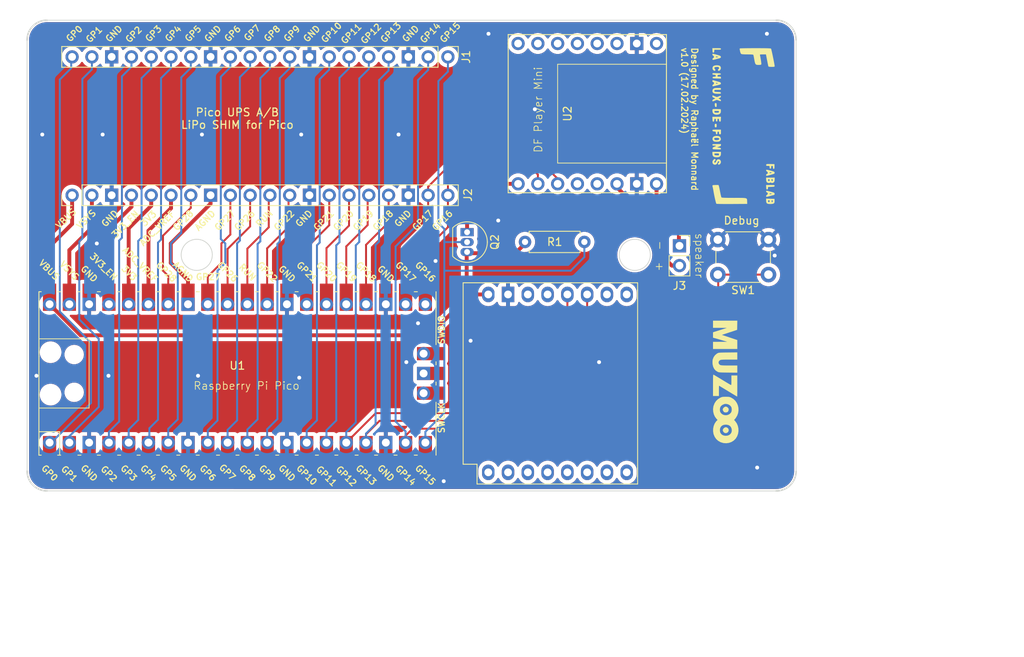
<source format=kicad_pcb>
(kicad_pcb (version 20221018) (generator pcbnew)
  (title_block (title "Maritlab") (rev "v1.0") (company "Fablab Chaux-de-Fonds X MUZZOO"))
  (layers (0 "F.Cu" signal) (31 "B.Cu" signal) (34 "B.Paste" user) (35 "F.Paste" user) (36 "B.SilkS" user "B.Silkscreen") (37 "F.SilkS" user "F.Silkscreen") (38 "B.Mask" user) (39 "F.Mask" user) (44 "Edge.Cuts" user))
  (net 0 "")
  (net 4 "Net-(J1-Pin_20)")
  (net 5 "Net-(J1-Pin_19)")
  (net 6 "Net-(J1-Pin_17)")
  (net 7 "Net-(J1-Pin_16)")
  (net 8 "Net-(J1-Pin_15)")
  (net 9 "Net-(J1-Pin_14)")
  (net 10 "Net-(J1-Pin_12)")
  (net 11 "Net-(J1-Pin_11)")
  (net 12 "Net-(J1-Pin_10)")
  (net 13 "Net-(J1-Pin_9)")
  (net 14 "Net-(J1-Pin_7)")
  (net 15 "Net-(J1-Pin_6)")
  (net 16 "Net-(J1-Pin_4)")
  (net 17 "Net-(J1-Pin_2)")
  (net 18 "Net-(J1-Pin_1)")
  (net 19 "Net-(J2-Pin_20)")
  (net 20 "Net-(J2-Pin_19)")
  (net 21 "Net-(J2-Pin_17)")
  (net 22 "Net-(J2-Pin_16)")
  (net 23 "Net-(J2-Pin_15)")
  (net 24 "Net-(J2-Pin_14)")
  (net 25 "Net-(J2-Pin_12)")
  (net 26 "Net-(J2-Pin_11)")
  (net 27 "Net-(J2-Pin_10)")
  (net 28 "Net-(J2-Pin_9)")
  (net 29 "Net-(J2-Pin_8)")
  (net 30 "Net-(J2-Pin_7)")
  (net 31 "Net-(J2-Pin_6)")
  (net 32 "Net-(J2-Pin_5)")
  (net 33 "Net-(J2-Pin_4)")
  (net 34 "Net-(J2-Pin_2)")
  (net 35 "Net-(J2-Pin_1)")
  (net 45 "Net-(J3-Pin_1)")
  (net 46 "Net-(J3-Pin_2)")
  (net 47 "GND")
  (net 48 "Net-(Q2-D)")
  (net 61 "Net-(J1-Pin_5)")
  (footprint "Connector_PinSocket_2.54mm:PinSocket_1x02_P2.54mm_Vertical" (layer "F.Cu") (at 107.825 53.8)
    (fp_text reference "J3")
    (fp_text value "Conn_01x02")
  )
  (footprint "Button_Switch_THT:SW_PUSH_6mm" (layer "F.Cu") (at 119.25 57.5 180)
    (fp_text reference "SW1")
    (fp_text value "SW_Push")
  )
  (footprint "logo:fablab" (layer "F.Cu") (at 116.05 38.42 -90)
    (fp_text reference "")
    (fp_text value "LOGO" hide)
  )
  (footprint "DFR0299:MODULE_DFR0299" (layer "F.Cu") (at 95.99 36.817 90)
    (fp_text reference "U2")
    (fp_text value "DFR0299")
  )
  (footprint "Connector_PinHeader_2.54mm:PinHeader_1x20_P2.54mm_Vertical" (layer "F.Cu") (at 29.83 47.3 90)
    (fp_text reference "J2")
    (fp_text value "Conn_01x20")
  )
  (footprint "logo:muzzo" (layer "F.Cu") (at 114.05 71.3 -90)
    (fp_text reference "")
    (fp_text value "LOGO" hide)
  )
  (footprint "RTC DS1307:RTC DS1307" (layer "F.Cu") (at 102.652 58.43 -90)
    (fp_text reference "U3" hide)
    (fp_text value "RTC DS1307" hide)
  )
  (footprint "Connector_PinHeader_2.54mm:PinHeader_1x20_P2.54mm_Vertical" (layer "F.Cu") (at 78.09 29.52 -90)
    (fp_text reference "J1")
    (fp_text value "Conn_01x20")
  )
  (footprint "MCU_RaspberryPi_and_Boards:RPi_Pico_SMD_TH" (layer "F.Cu") (at 51.065 70.2 90)
    (fp_text reference "U1")
    (fp_text value "Pico")
  )
  (footprint "Resistor_THT:R_Axial_DIN0207_L6.3mm_D2.5mm_P7.62mm_Horizontal" (layer "F.Cu") (at 87.99 53.3)
    (fp_text reference "R1")
    (fp_text value "2K")
  )
  (footprint "Package_TO_SOT_THT:TO-92_Inline" (layer "F.Cu") (at 80.55 52.05 -90)
    (fp_text reference "Q2")
    (fp_text value "BS250" hide)
  )
  (gr_line (start 26.59 24.81) (end 120.247898 24.81) (stroke (width 0.1)) (layer "Edge.Cuts"))
  (gr_arc (start 120.253949 24.806051) (mid 122.05 25.55) (end 122.793949 27.346051) (stroke (width 0.2)) (layer "Edge.Cuts"))
  (gr_arc (start 122.8 82.800103) (mid 122.036519 84.572278) (end 120.249363 85.3) (stroke (width 0.2)) (layer "Edge.Cuts"))
  (gr_circle (center 102.085 54.96) (end 104.085 54.96) (stroke (width 0.1)) (fill none) (layer "Edge.Cuts"))
  (gr_arc (start 24.05 27.35) (mid 24.793949 25.553949) (end 26.59 24.81) (stroke (width 0.2)) (layer "Edge.Cuts"))
  (gr_line (start 122.8 27.346051) (end 122.8 82.800103) (stroke (width 0.1)) (layer "Edge.Cuts"))
  (gr_circle (center 45.835 54.96) (end 47.835 54.96) (stroke (width 0.1)) (fill none) (layer "Edge.Cuts"))
  (gr_line (start 24.056051 82.753949) (end 24.05 27.35) (stroke (width 0.1)) (layer "Edge.Cuts"))
  (gr_line (start 120.249363 85.3) (end 26.596051 85.293949) (stroke (width 0.1)) (layer "Edge.Cuts"))
  (gr_arc (start 26.596051 85.293949) (mid 24.8 84.55) (end 24.056051 82.753949) (stroke (width 0.2)) (layer "Edge.Cuts"))
  (gr_text "GP27" (at 49.45 50.546 45) (layer "F.SilkS") (effects (font (size 0.8 0.8))))
  (gr_text "3V3" (at 39.68 50.296 45) (layer "F.SilkS") (effects (font (size 0.8 0.8))))
  (gr_text "GND" (at 35.2 26.546 45) (layer "F.SilkS") (effects (font (size 0.8 0.8))))
  (gr_text "RUN" (at 54.52 50.296 45) (layer "F.SilkS") (effects (font (size 0.8 0.8))))
  (gr_text "GP9" (at 58.06 26.546 45) (layer "F.SilkS") (effects (font (size 0.8 0.8))))
  (gr_text "GND" (at 47.9 26.546 45) (layer "F.SilkS") (effects (font (size 0.8 0.8))))
  (gr_text "GP0" (at 30.12 26.546 45) (layer "F.SilkS") (effects (font (size 0.8 0.8))))
  (gr_text "GP28" (at 44.106 50.546 45) (layer "F.SilkS") (effects (font (size 0.8 0.8))))
  (gr_text "ADC_VREF" (at 40.75 51.546 45) (layer "F.SilkS") (effects (font (size 0.8 0.8))))
  (gr_text "GP13" (at 70.76 26.4 45) (layer "F.SilkS") (effects (font (size 0.8 0.8))))
  (gr_text "GND" (at 59.6 50.296 45) (layer "F.SilkS") (effects (font (size 0.8 0.8))))
  (gr_text "Pico UPS A/B\nLiPo SHIM for Pico" (at 51.05 37.45) (layer "F.SilkS") (effects (font (size 1 1))))
  (gr_text "GND" (at 72.3 50.296 45) (layer "F.SilkS") (effects (font (size 0.8 0.8))))
  (gr_text "GP22" (at 57.06 50.546 45) (layer "F.SilkS") (effects (font (size 0.8 0.8))))
  (gr_text "GP12" (at 68.22 26.546 45) (layer "F.SilkS") (effects (font (size 0.8 0.8))))
  (gr_text "GP4" (at 42.82 26.546 45) (layer "F.SilkS") (effects (font (size 0.8 0.8))))
  (gr_text "GP15" (at 78.38 26.4 45) (layer "F.SilkS") (effects (font (size 0.8 0.8))))
  (gr_text "AGND" (at 46.9 50.546 45) (layer "F.SilkS") (effects (font (size 0.8 0.8))))
  (gr_text "GP17" (at 74.84 50.546 45) (layer "F.SilkS") (effects (font (size 0.8 0.8))))
  (gr_text "GP5" (at 45.36 26.546 45) (layer "F.SilkS") (effects (font (size 0.8 0.8))))
  (gr_text "GP3" (at 40.28 26.546 45) (layer "F.SilkS") (effects (font (size 0.8 0.8))))
  (gr_text "GP21" (at 62.15 50.546 45) (layer "F.SilkS") (effects (font (size 0.8 0.8))))
  (gr_text "GP16" (at 77.38 50.546 45) (layer "F.SilkS") (effects (font (size 0.8 0.8))))
  (gr_text "VBUS" (at 29.05 50.3 45) (layer "F.SilkS") (effects (font (size 0.8 0.8))))
  (gr_text "GND" (at 73.3 26.546 45) (layer "F.SilkS") (effects (font (size 0.8 0.8))))
  (gr_text "GP7" (at 52.95 26.446 45) (layer "F.SilkS") (effects (font (size 0.8 0.8))))
  (gr_text "GP8" (at 55.52 26.546 45) (layer "F.SilkS") (effects (font (size 0.8 0.8))))
  (gr_text "GND" (at 34.68 50.296 45) (layer "F.SilkS") (effects (font (size 0.8 0.8))))
  (gr_text "Designed by Raphaël Monnard\nv1.0 (17.02.2024)" (at 108 28.25 270) (layer "F.SilkS") (effects (font (size 0.8 0.8)) (justify left bottom)))
  (gr_text "GP11" (at 65.68 26.546 45) (layer "F.SilkS") (effects (font (size 0.8 0.8))))
  (gr_text "VSYS" (at 31.66 50.4 45) (layer "F.SilkS") (effects (font (size 0.8 0.8))))
  (gr_text "GP6" (at 50.44 26.546 45) (layer "F.SilkS") (effects (font (size 0.8 0.8))))
  (gr_text "Debug" (at 115.8 50.55) (layer "F.SilkS") (effects (font (size 1 1))))
  (gr_text "GND" (at 60.6 26.546 45) (layer "F.SilkS") (effects (font (size 0.8 0.8))))
  (gr_text "GP19" (at 67.22 50.546 45) (layer "F.SilkS") (effects (font (size 0.8 0.8))))
  (gr_text "GP26" (at 51.98 50.546 45) (layer "F.SilkS") (effects (font (size 0.8 0.8))))
  (gr_text "GP10" (at 63.14 26.4 45) (layer "F.SilkS") (effects (font (size 0.8 0.8))))
  (gr_text "GP18" (at 69.76 50.546 45) (layer "F.SilkS") (effects (font (size 0.8 0.8))))
  (gr_text "GP2" (at 37.74 26.646 45) (layer "F.SilkS") (effects (font (size 0.8 0.8))))
  (gr_text "GP20" (at 64.68 50.546 45) (layer "F.SilkS") (effects (font (size 0.8 0.8))))
  (gr_text "GP1" (at 32.65 26.646 45) (layer "F.SilkS") (effects (font (size 0.8 0.8))))
  (gr_text "GP14" (at 75.84 26.446 45) (layer "F.SilkS") (effects (font (size 0.8 0.8))))
  (gr_text "3V3_EN" (at 36.68 51.046 45) (layer "F.SilkS") (effects (font (size 0.8 0.8))))
  (segment (start 28.25 62.25) (end 28.25 32.434212) (width 0.25) (layer "B.Cu") (net 4))
  (segment (start 26.935 79.09) (end 27.16 79.09) (width 0.25) (layer "B.Cu") (net 4))
  (segment (start 32.25 66.25) (end 28.25 62.25) (width 0.25) (layer "B.Cu") (net 4))
  (segment (start 29.717106 30.967106) (end 29.717106 29.06) (width 0.25) (layer "B.Cu") (net 4))
  (segment (start 27.16 79.09) (end 32.25 74) (width 0.25) (layer "B.Cu") (net 4))
  (segment (start 32.25 74) (end 32.25 66.25) (width 0.25) (layer "B.Cu") (net 4))
  (segment (start 28.25 32.434212) (end 29.717106 30.967106) (width 0.25) (layer "B.Cu") (net 4))
  (segment (start 33.25 74.5) (end 33.25 65.75) (width 0.25) (layer "B.Cu") (net 5))
  (segment (start 31.145 52.855) (end 31.145 32.355) (width 0.25) (layer "B.Cu") (net 5))
  (segment (start 30.75 53.25) (end 31.145 52.855) (width 0.25) (layer "B.Cu") (net 5))
  (segment (start 31.145 32.355) (end 32.37 31.13) (width 0.25) (layer "B.Cu") (net 5))
  (segment (start 29.475 79.09) (end 29.475 78.275) (width 0.25) (layer "B.Cu") (net 5))
  (segment (start 29.475 78.275) (end 33.25 74.5) (width 0.25) (layer "B.Cu") (net 5))
  (segment (start 33.25 65.75) (end 30.75 63.25) (width 0.25) (layer "B.Cu") (net 5))
  (segment (start 32.37 31.13) (end 32.37 29.52) (width 0.25) (layer "B.Cu") (net 5))
  (segment (start 30.75 63.25) (end 30.75 53.25) (width 0.25) (layer "B.Cu") (net 5))
  (segment (start 36.225 32.025) (end 37.45 30.8) (width 0.25) (layer "B.Cu") (net 6))
  (segment (start 34.555 77.695) (end 35.87 76.38) (width 0.25) (layer "B.Cu") (net 6))
  (segment (start 35.87 76.38) (end 35.87 53.13) (width 0.25) (layer "B.Cu") (net 6))
  (segment (start 34.555 79.09) (end 34.555 77.695) (width 0.25) (layer "B.Cu") (net 6))
  (segment (start 35.87 53.13) (end 36.225 52.775) (width 0.25) (layer "B.Cu") (net 6))
  (segment (start 36.225 52.775) (end 36.225 32.025) (width 0.25) (layer "B.Cu") (net 6))
  (segment (start 37.45 30.8) (end 37.45 29.52) (width 0.25) (layer "B.Cu") (net 6))
  (segment (start 38.75 32.25) (end 39.99 31.01) (width 0.25) (layer "B.Cu") (net 7))
  (segment (start 37.095 77.405) (end 38.32 76.18) (width 0.25) (layer "B.Cu") (net 7))
  (segment (start 38.75 52.75) (end 38.75 32.25) (width 0.25) (layer "B.Cu") (net 7))
  (segment (start 38.32 53.18) (end 38.75 52.75) (width 0.25) (layer "B.Cu") (net 7))
  (segment (start 37.095 79.09) (end 37.095 77.405) (width 0.25) (layer "B.Cu") (net 7))
  (segment (start 39.99 31.01) (end 39.99 29.52) (width 0.25) (layer "B.Cu") (net 7))
  (segment (start 38.32 76.18) (end 38.32 53.18) (width 0.25) (layer "B.Cu") (net 7))
  (segment (start 41.25 53) (end 41.25 32.25) (width 0.25) (layer "B.Cu") (net 8))
  (segment (start 41.25 32.25) (end 42.53 30.97) (width 0.25) (layer "B.Cu") (net 8))
  (segment (start 39.75 78.975) (end 39.75 77.25) (width 0.25) (layer "B.Cu") (net 8))
  (segment (start 39.635 79.09) (end 39.75 78.975) (width 0.25) (layer "B.Cu") (net 8))
  (segment (start 39.75 77.25) (end 40.86 76.14) (width 0.25) (layer "B.Cu") (net 8))
  (segment (start 40.86 53.39) (end 41.25 53) (width 0.25) (layer "B.Cu") (net 8))
  (segment (start 40.86 76.14) (end 40.86 53.39) (width 0.25) (layer "B.Cu") (net 8))
  (segment (start 42.53 30.97) (end 42.53 29.52) (width 0.25) (layer "B.Cu") (net 8))
  (segment (start 42.5 56) (end 42.5 53.5) (width 0.25) (layer "B.Cu") (net 9))
  (segment (start 42.5 53.5) (end 43.845 52.155) (width 0.25) (layer "B.Cu") (net 9))
  (segment (start 42.175 79.09) (end 42.175 77.325) (width 0.25) (layer "B.Cu") (net 9))
  (segment (start 42.175 77.325) (end 43.4 76.1) (width 0.25) (layer "B.Cu") (net 9))
  (segment (start 45.07 30.93) (end 45.07 29.52) (width 0.25) (layer "B.Cu") (net 9))
  (segment (start 43.845 52.155) (end 43.845 32.155) (width 0.25) (layer "B.Cu") (net 9))
  (segment (start 43.4 76.1) (end 43.4 56.9) (width 0.25) (layer "B.Cu") (net 9))
  (segment (start 43.845 32.155) (end 45.07 30.93) (width 0.25) (layer "B.Cu") (net 9))
  (segment (start 43.4 56.9) (end 42.5 56) (width 0.25) (layer "B.Cu") (net 9))
  (segment (start 48.5 76.25) (end 48.5 57) (width 0.25) (layer "B.Cu") (net 10))
  (segment (start 47.255 79.09) (end 47.255 77.495) (width 0.25) (layer "B.Cu") (net 10))
  (segment (start 47.255 77.495) (end 48.5 76.25) (width 0.25) (layer "B.Cu") (net 10))
  (segment (start 48.925 52.925) (end 48.925 32.075) (width 0.25) (layer "B.Cu") (net 10))
  (segment (start 48.925 32.075) (end 50.15 30.85) (width 0.25) (layer "B.Cu") (net 10))
  (segment (start 49.5 56) (end 49.5 53.5) (width 0.25) (layer "B.Cu") (net 10))
  (segment (start 50.15 30.85) (end 50.15 29.52) (width 0.25) (layer "B.Cu") (net 10))
  (segment (start 49.5 53.5) (end 48.925 52.925) (width 0.25) (layer "B.Cu") (net 10))
  (segment (start 48.5 57) (end 49.5 56) (width 0.25) (layer "B.Cu") (net 10))
  (segment (start 51.02 53.48) (end 51.375 53.125) (width 0.25) (layer "B.Cu") (net 11))
  (segment (start 51.375 32.125) (end 52.69 30.81) (width 0.25) (layer "B.Cu") (net 11))
  (segment (start 51.02 76.23) (end 51.02 53.48) (width 0.25) (layer "B.Cu") (net 11))
  (segment (start 49.795 77.455) (end 51.02 76.23) (width 0.25) (layer "B.Cu") (net 11))
  (segment (start 49.795 79.09) (end 49.795 77.455) (width 0.25) (layer "B.Cu") (net 11))
  (segment (start 51.375 53.125) (end 51.375 32.125) (width 0.25) (layer "B.Cu") (net 11))
  (segment (start 52.69 30.81) (end 52.69 29.52) (width 0.25) (layer "B.Cu") (net 11))
  (segment (start 54 32.25) (end 55.23 31.02) (width 0.25) (layer "B.Cu") (net 12))
  (segment (start 52.335 79.09) (end 52.335 77.415) (width 0.25) (layer "B.Cu") (net 12))
  (segment (start 53.65 76.1) (end 53.65 53.576294) (width 0.25) (layer "B.Cu") (net 12))
  (segment (start 55.23 31.02) (end 55.23 29.52) (width 0.25) (layer "B.Cu") (net 12))
  (segment (start 53.65 53.576294) (end 54 53.226294) (width 0.25) (layer "B.Cu") (net 12))
  (segment (start 52.335 77.415) (end 53.65 76.1) (width 0.25) (layer "B.Cu") (net 12))
  (segment (start 54 53.226294) (end 54 32.25) (width 0.25) (layer "B.Cu") (net 12))
  (segment (start 56.5 32.25) (end 57.77 30.98) (width 0.25) (layer "B.Cu") (net 13))
  (segment (start 56.19 53.56) (end 56.5 53.25) (width 0.25) (layer "B.Cu") (net 13))
  (segment (start 56.5 53.25) (end 56.5 32.25) (width 0.25) (layer "B.Cu") (net 13))
  (segment (start 54.875 79.09) (end 54.875 77.375) (width 0.25) (layer "B.Cu") (net 13))
  (segment (start 54.875 77.375) (end 56.19 76.06) (width 0.25) (layer "B.Cu") (net 13))
  (segment (start 57.77 30.98) (end 57.77 29.52) (width 0.25) (layer "B.Cu") (net 13))
  (segment (start 56.19 76.06) (end 56.19 53.56) (width 0.25) (layer "B.Cu") (net 13))
  (segment (start 62.85 31.15) (end 62.85 29.52) (width 0.25) (layer "B.Cu") (net 14))
  (segment (start 59.955 79.09) (end 59.955 77.545) (width 0.25) (layer "B.Cu") (net 14))
  (segment (start 61.27 76.23) (end 61.27 53.73) (width 0.25) (layer "B.Cu") (net 14))
  (segment (start 61.27 53.73) (end 61.625 53.375) (width 0.25) (layer "B.Cu") (net 14))
  (segment (start 61.625 53.375) (end 61.625 32.375) (width 0.25) (layer "B.Cu") (net 14))
  (segment (start 61.625 32.375) (end 62.85 31.15) (width 0.25) (layer "B.Cu") (net 14))
  (segment (start 59.955 77.545) (end 61.27 76.23) (width 0.25) (layer "B.Cu") (net 14))
  (segment (start 63.75 53.75) (end 64.165 53.335) (width 0.25) (layer "B.Cu") (net 15))
  (segment (start 63.75 76.25) (end 63.75 53.75) (width 0.25) (layer "B.Cu") (net 15))
  (segment (start 62.495 77.505) (end 63.75 76.25) (width 0.25) (layer "B.Cu") (net 15))
  (segment (start 64.165 32.21) (end 65.39 30.985) (width 0.25) (layer "B.Cu") (net 15))
  (segment (start 65.39 30.985) (end 65.39 29.52) (width 0.25) (layer "B.Cu") (net 15))
  (segment (start 64.165 53.335) (end 64.165 32.21) (width 0.25) (layer "B.Cu") (net 15))
  (segment (start 62.495 79.09) (end 62.495 77.505) (width 0.25) (layer "B.Cu") (net 15))
  (segment (start 95.97 61.78) (end 95.97 60.05) (width 0.25) (layer "F.Cu") (net 16))
  (segment (start 69.3 76.3) (end 81.45 76.3) (width 0.25) (layer "F.Cu") (net 16))
  (segment (start 67.575 79.09) (end 67.575 78.025) (width 0.25) (layer "F.Cu") (net 16))
  (segment (start 67.575 78.025) (end 69.3 76.3) (width 0.25) (layer "F.Cu") (net 16))
  (segment (start 81.45 76.3) (end 95.97 61.78) (width 0.25) (layer "F.Cu") (net 16))
  (segment (start 69.25 47.812412) (end 69.25 53.25) (width 0.25) (layer "B.Cu") (net 16))
  (segment (start 69.25 53.25) (end 68.8 53.7) (width 0.25) (layer "B.Cu") (net 16))
  (segment (start 68.8 76.7) (end 67.575 77.925) (width 0.25) (layer "B.Cu") (net 16))
  (segment (start 70.47 29.52) (end 70.47 31.28) (width 0.25) (layer "B.Cu") (net 16))
  (segment (start 68.8 53.7) (end 68.8 76.7) (width 0.25) (layer "B.Cu") (net 16))
  (segment (start 70.47 31.28) (end 69.25 32.5) (width 0.25) (layer "B.Cu") (net 16))
  (segment (start 69.245 47.807412) (end 69.25 47.812412) (width 0.25) (layer "B.Cu") (net 16))
  (segment (start 67.575 77.925) (end 67.575 79.09) (width 0.25) (layer "B.Cu") (net 16))
  (segment (start 69.25 32.5) (end 69.25 46.787588) (width 0.25) (layer "B.Cu") (net 16))
  (segment (start 69.245 46.792588) (end 69.245 47.807412) (width 0.25) (layer "B.Cu") (net 16))
  (segment (start 69.25 46.787588) (end 69.245 46.792588) (width 0.25) (layer "B.Cu") (net 16))
  (segment (start 96.7 77.3) (end 112.8 61.2) (width 0.25) (layer "F.Cu") (net 17))
  (segment (start 73.55 77.3) (end 96.7 77.3) (width 0.25) (layer "F.Cu") (net 17))
  (segment (start 72.655 79.09) (end 72.655 78.195) (width 0.25) (layer "F.Cu") (net 17))
  (segment (start 112.8 61.2) (end 112.8 57.55) (width 0.25) (layer "F.Cu") (net 17))
  (segment (start 112.8 57.55) (end 112.5 57.85) (width 0.25) (layer "F.Cu") (net 17))
  (segment (start 112.75 57.5) (end 119.25 57.5) (width 0.25) (layer "F.Cu") (net 17))
  (segment (start 72.655 78.195) (end 73.55 77.3) (width 0.25) (layer "F.Cu") (net 17))
  (segment (start 71.37 53.88) (end 74.25 51) (width 0.25) (layer "B.Cu") (net 17))
  (segment (start 75.55 31.2) (end 75.55 29.52) (width 0.25) (layer "B.Cu") (net 17))
  (segment (start 74.25 32.5) (end 75.55 31.2) (width 0.25) (layer "B.Cu") (net 17))
  (segment (start 74.25 51) (end 74.25 32.5) (width 0.25) (layer "B.Cu") (net 17))
  (segment (start 71.37 76.37) (end 71.37 53.88) (width 0.25) (layer "B.Cu") (net 17))
  (segment (start 72.655 79.09) (end 72.655 77.655) (width 0.25) (layer "B.Cu") (net 17))
  (segment (start 72.655 77.655) (end 71.37 76.37) (width 0.25) (layer "B.Cu") (net 17))
  (segment (start 95.61 55.24) (end 95.61 53.3) (width 0.25) (layer "B.Cu") (net 18))
  (segment (start 75.195 79.09) (end 75.195 77.695) (width 0.25) (layer "B.Cu") (net 18))
  (segment (start 78.09 31.41) (end 78.09 29.52) (width 0.25) (layer "B.Cu") (net 18))
  (segment (start 77.625 51.625) (end 76.865 50.865) (width 0.25) (layer "B.Cu") (net 18))
  (segment (start 77.625 75.265) (end 77.625 51.625) (width 0.25) (layer "B.Cu") (net 18))
  (segment (start 93.85 57) (end 95.61 55.24) (width 0.25) (layer "B.Cu") (net 18))
  (segment (start 80.55 53.32) (end 77.625 53.32) (width 0.25) (layer "B.Cu") (net 18))
  (segment (start 76.865 50.865) (end 76.865 32.635) (width 0.25) (layer "B.Cu") (net 18))
  (segment (start 75.195 77.695) (end 77.625 75.265) (width 0.25) (layer "B.Cu") (net 18))
  (segment (start 77.75 57) (end 93.85 57) (width 0.25) (layer "B.Cu") (net 18))
  (segment (start 76.865 32.635) (end 78.09 31.41) (width 0.25) (layer "B.Cu") (net 18))
  (segment (start 75.195 54.305) (end 78.09 51.41) (width 0.25) (layer "F.Cu") (net 19))
  (segment (start 88.5 43.5) (end 89.64 44.64) (width 0.25) (layer "F.Cu") (net 19))
  (segment (start 89.64 44.64) (end 89.64 45.834) (width 0.25) (layer "F.Cu") (net 19))
  (segment (start 78.09 45.91) (end 80.5 43.5) (width 0.25) (layer "F.Cu") (net 19))
  (segment (start 78.09 51.41) (end 78.09 47.84) (width 0.25) (layer "F.Cu") (net 19))
  (segment (start 75.195 61.31) (end 75.195 54.305) (width 0.25) (layer "F.Cu") (net 19))
  (segment (start 75.195 61.31) (end 75.23 61.275) (width 0.25) (layer "F.Cu") (net 19))
  (segment (start 80.5 43.5) (end 88.5 43.5) (width 0.25) (layer "F.Cu") (net 19))
  (segment (start 78.09 47.3) (end 78.09 45.91) (width 0.25) (layer "F.Cu") (net 19))
  (segment (start 89.5 42.5) (end 92.18 45.18) (width 0.25) (layer "F.Cu") (net 20))
  (segment (start 72.655 61.31) (end 72.655 54.095) (width 0.25) (layer "F.Cu") (net 20))
  (segment (start 92.18 45.18) (end 92.18 45.834) (width 0.25) (layer "F.Cu") (net 20))
  (segment (start 75.55 51.2) (end 75.55 47.3) (width 0.25) (layer "F.Cu") (net 20))
  (segment (start 75.55 47.3) (end 75.55 46.2) (width 0.25) (layer "F.Cu") (net 20))
  (segment (start 72.655 61.31) (end 72.69 61.275) (width 0.25) (layer "F.Cu") (net 20))
  (segment (start 75.55 46.2) (end 79.25 42.5) (width 0.25) (layer "F.Cu") (net 20))
  (segment (start 72.655 54.095) (end 75.55 51.2) (width 0.25) (layer "F.Cu") (net 20))
  (segment (start 79.25 42.5) (end 89.5 42.5) (width 0.25) (layer "F.Cu") (net 20))
  (segment (start 67.575 53.675) (end 70.47 50.78) (width 0.25) (layer "F.Cu") (net 21))
  (segment (start 67.575 61.31) (end 67.575 53.675) (width 0.25) (layer "F.Cu") (net 21))
  (segment (start 70.47 50.78) (end 70.47 47.3) (width 0.25) (layer "F.Cu") (net 21))
  (segment (start 65.035 61.31) (end 65.035 53.879276) (width 0.25) (layer "F.Cu") (net 22))
  (segment (start 65.035 53.879276) (end 67.782106 51.13217) (width 0.25) (layer "F.Cu") (net 22))
  (segment (start 65.035 61.31) (end 65.07 61.275) (width 0.25) (layer "F.Cu") (net 22))
  (segment (start 67.575 47.375) (end 67.61 47.34) (width 0.25) (layer "F.Cu") (net 22))
  (segment (start 67.782106 51.13217) (end 67.782106 47.875) (width 0.25) (layer "F.Cu") (net 22))
  (segment (start 62.495 61.31) (end 62.53 61.275) (width 0.25) (layer "F.Cu") (net 23))
  (segment (start 62.495 54.1) (end 65.39 51.205) (width 0.25) (layer "F.Cu") (net 23))
  (segment (start 62.495 61.31) (end 62.495 54.1) (width 0.25) (layer "F.Cu") (net 23))
  (segment (start 65.39 51.205) (end 65.39 47.3) (width 0.25) (layer "F.Cu") (net 23))
  (segment (start 59.955 54.045) (end 62.85 51.15) (width 0.25) (layer "F.Cu") (net 24))
  (segment (start 59.955 61.31) (end 59.955 54.045) (width 0.25) (layer "F.Cu") (net 24))
  (segment (start 62.85 51.15) (end 62.85 47.3) (width 0.25) (layer "F.Cu") (net 24))
  (segment (start 57.415 47.375) (end 57.45 47.34) (width 0.25) (layer "F.Cu") (net 25))
  (segment (start 54.875 54.125) (end 57.622106 51.377894) (width 0.25) (layer "F.Cu") (net 25))
  (segment (start 57.622106 51.377894) (end 57.622106 47.875) (width 0.25) (layer "F.Cu") (net 25))
  (segment (start 54.875 61.31) (end 54.875 54.125) (width 0.25) (layer "F.Cu") (net 25))
  (segment (start 55.082106 51.417894) (end 55.082106 47.875) (width 0.25) (layer "F.Cu") (net 26))
  (segment (start 52.335 61.31) (end 52.37 61.275) (width 0.25) (layer "F.Cu") (net 26))
  (segment (start 52.335 54.165) (end 55.082106 51.417894) (width 0.25) (layer "F.Cu") (net 26))
  (segment (start 52.335 61.31) (end 52.335 54.165) (width 0.25) (layer "F.Cu") (net 26))
  (segment (start 54.875 47.375) (end 54.91 47.34) (width 0.25) (layer "F.Cu") (net 26))
  (segment (start 52.69 51.31) (end 52.69 47.3) (width 0.25) (layer "F.Cu") (net 27))
  (segment (start 49.795 61.31) (end 49.795 54.205) (width 0.25) (layer "F.Cu") (net 27))
  (segment (start 49.795 54.205) (end 52.69 51.31) (width 0.25) (layer "F.Cu") (net 27))
  (segment (start 47.255 61.31) (end 47.255 57.745) (width 0.25) (layer "F.Cu") (net 28))
  (segment (start 49 56) (end 49 53.5) (width 0.25) (layer "F.Cu") (net 28))
  (segment (start 49 53.5) (end 50.15 52.35) (width 0.25) (layer "F.Cu") (net 28))
  (segment (start 50.15 52.35) (end 50.15 47.3) (width 0.25) (layer "F.Cu") (net 28))
  (segment (start 47.255 57.745) (end 49 56) (width 0.25) (layer "F.Cu") (net 28))
  (segment (start 42.5 53.5) (end 47.61 48.39) (width 0.5) (layer "F.Cu") (net 29))
  (segment (start 44.715 61.31) (end 44.715 58.215) (width 0.5) (layer "F.Cu") (net 29))
  (segment (start 47.61 48.39) (end 47.61 47.3) (width 0.5) (layer "F.Cu") (net 29))
  (segment (start 44.715 58.215) (end 42.5 56) (width 0.5) (layer "F.Cu") (net 29))
  (segment (start 42.5 56) (end 42.5 53.5) (width 0.5) (layer "F.Cu") (net 29))
  (segment (start 41.5 52.5) (end 45.07 48.93) (width 0.25) (layer "F.Cu") (net 30))
  (segment (start 41.5 57) (end 41.5 52.5) (width 0.25) (layer "F.Cu") (net 30))
  (segment (start 45.07 48.93) (end 45.07 47.3) (width 0.25) (layer "F.Cu") (net 30))
  (segment (start 42.175 61.31) (end 42.175 57.675) (width 0.25) (layer "F.Cu") (net 30))
  (segment (start 42.175 61.31) (end 42.21 61.275) (width 1) (layer "F.Cu") (net 30))
  (segment (start 42.175 57.675) (end 41.5 57) (width 0.25) (layer "F.Cu") (net 30))
  (segment (start 42.53 48.97) (end 42.53 47.3) (width 0.5) (layer "F.Cu") (net 31))
  (segment (start 39.635 61.31) (end 39.67 61.275) (width 1) (layer "F.Cu") (net 31))
  (segment (start 39.635 51.865) (end 42.53 48.97) (width 0.5) (layer "F.Cu") (net 31))
  (segment (start 39.635 61.31) (end 39.635 51.865) (width 0.5) (layer "F.Cu") (net 31))
  (segment (start 39.99 48.655) (end 39.99 47.3) (width 0.5) (layer "F.Cu") (net 32))
  (segment (start 37.095 51.55) (end 39.99 48.655) (width 0.5) (layer "F.Cu") (net 32))
  (segment (start 37.095 61.31) (end 37.095 51.55) (width 0.5) (layer "F.Cu") (net 32))
  (segment (start 37.45 48.787766) (end 37.45 47.3) (width 0.5) (layer "F.Cu") (net 33))
  (segment (start 34.555 61.31) (end 34.555 51.682766) (width 0.5) (layer "F.Cu") (net 33))
  (segment (start 37.095 47.375) (end 37.13 47.34) (width 1) (layer "F.Cu") (net 33))
  (segment (start 34.555 61.31) (end 34.59 61.275) (width 1) (layer "F.Cu") (net 33))
  (segment (start 34.555 51.682766) (end 37.45 48.787766) (width 0.5) (layer "F.Cu") (net 33))
  (segment (start 32.37 51.462233) (end 32.37 47.3) (width 0.5) (layer "F.Cu") (net 34))
  (segment (start 29.475 61.31) (end 29.475 54.357233) (width 0.5) (layer "F.Cu") (net 34))
  (segment (start 29.475 54.357233) (end 32.37 51.462233) (width 0.5) (layer "F.Cu") (net 34))
  (segment (start 29.475 61.31) (end 29.51 61.275) (width 1) (layer "F.Cu") (net 34))
  (segment (start 87.99 53.51) (end 87.99 53.3) (width 0.5) (layer "F.Cu") (net 35))
  (segment (start 80.55 54.59) (end 80.71 54.75) (width 0.5) (layer "F.Cu") (net 35))
  (segment (start 80.25 60) (end 80.5 59.75) (width 0.5) (layer "F.Cu") (net 35))
  (segment (start 82.77 60.05) (end 80.3 60.05) (width 0.5) (layer "F.Cu") (net 35))
  (segment (start 80.3 60.05) (end 80.25 60) (width 0.5) (layer "F.Cu") (net 35))
  (segment (start 26.935 61.31) (end 30.925 65.3) (width 0.5) (layer "F.Cu") (net 35))
  (segment (start 26.935 53.88) (end 29.83 50.985) (width 0.5) (layer "F.Cu") (net 35))
  (segment (start 26.935 61.31) (end 26.935 53.88) (width 0.5) (layer "F.Cu") (net 35))
  (segment (start 29.83 50.985) (end 29.83 47.3) (width 0.5) (layer "F.Cu") (net 35))
  (segment (start 80.25 60.75) (end 80.25 60) (width 0.5) (layer "F.Cu") (net 35))
  (segment (start 80.71 54.75) (end 86.75 54.75) (width 0.5) (layer "F.Cu") (net 35))
  (segment (start 80.5 59.75) (end 80.5 54.64) (width 0.5) (layer "F.Cu") (net 35))
  (segment (start 80.5 54.64) (end 80.55 54.59) (width 0.5) (layer "F.Cu") (net 35))
  (segment (start 86.75 54.75) (end 87.99 53.51) (width 0.5) (layer "F.Cu") (net 35))
  (segment (start 75.7 65.3) (end 80.25 60.75) (width 0.5) (layer "F.Cu") (net 35))
  (segment (start 30.925 65.3) (end 75.7 65.3) (width 0.5) (layer "F.Cu") (net 35))
  (segment (start 107.75 53.725) (end 107.825 53.8) (width 0.5) (layer "F.Cu") (net 45))
  (segment (start 104.88 49.13) (end 107.75 52) (width 0.5) (layer "F.Cu") (net 45))
  (segment (start 104.88 45.834) (end 104.88 49.13) (width 0.5) (layer "F.Cu") (net 45))
  (segment (start 107.75 52) (end 107.75 53.725) (width 0.5) (layer "F.Cu") (net 45))
  (segment (start 105.75 52.25) (end 105.75 55.25) (width 0.5) (layer "F.Cu") (net 46))
  (segment (start 105.75 55.25) (end 106.84 56.34) (width 0.5) (layer "F.Cu") (net 46))
  (segment (start 106.84 56.34) (end 107.825 56.34) (width 0.5) (layer "F.Cu") (net 46))
  (segment (start 99.8 45.834) (end 99.8 46.3) (width 0.5) (layer "F.Cu") (net 46))
  (segment (start 99.8 46.3) (end 105.75 52.25) (width 0.5) (layer "F.Cu") (net 46))
  (segment (start 70.115 61.31) (end 70.15 61.275) (width 0.25) (layer "F.Cu") (net 47))
  (segment (start 59.955 47.375) (end 59.99 47.34) (width 0.25) (layer "F.Cu") (net 47))
  (via (at 46.5 39.5) (size 1) (drill 0.5) (layers "F.Cu" "B.Cu") (net 47))
  (via (at 119.05 26.55) (size 1) (drill 0.5) (layers "F.Cu" "B.Cu") (net 47))
  (via (at 83.3 26.55) (size 1) (drill 0.5) (layers "F.Cu" "B.Cu") (net 47))
  (via (at 71.75 39.5) (size 1) (drill 0.5) (layers "F.Cu" "B.Cu") (net 47))
  (via (at 89.25 36.25) (size 1) (drill 0.5) (layers "F.Cu" "B.Cu") (net 47))
  (via (at 76.5 55.75) (size 1) (drill 0.5) (layers "F.Cu" "B.Cu") (net 47))
  (via (at 97.5 68.75) (size 1) (drill 0.5) (layers "F.Cu" "B.Cu") (net 47))
  (via (at 33.75 39.5) (size 1) (drill 0.5) (layers "F.Cu" "B.Cu") (net 47))
  (via (at 81 66) (size 1) (drill 0.5) (layers "F.Cu" "B.Cu") (net 47))
  (via (at 26 39.5) (size 1) (drill 0.5) (layers "F.Cu" "B.Cu") (net 47))
  (via (at 59 70.75) (size 1) (drill 0.5) (layers "F.Cu" "B.Cu") (net 47))
  (via (at 33 53.5) (size 1) (drill 0.5) (layers "F.Cu" "B.Cu") (net 47))
  (via (at 46 70.5) (size 1) (drill 0.5) (layers "F.Cu" "B.Cu") (net 47))
  (via (at 120.05 55.05) (size 1) (drill 0.5) (layers "F.Cu" "B.Cu") (net 47))
  (via (at 84.55 50.55) (size 1) (drill 0.5) (layers "F.Cu" "B.Cu") (net 47))
  (via (at 25.25 70.5) (size 1) (drill 0.5) (layers "F.Cu" "B.Cu") (net 47))
  (via (at 77.55 84.05) (size 1) (drill 0.5) (layers "F.Cu" "B.Cu") (net 47))
  (via (at 59.25 39.5) (size 1) (drill 0.5) (layers "F.Cu" "B.Cu") (net 47))
  (via (at 34.5 70.5) (size 1) (drill 0.5) (layers "F.Cu" "B.Cu") (net 47))
  (via (at 72.75 68.75) (size 1) (drill 0.5) (layers "F.Cu" "B.Cu") (net 47))
  (via (at 117.8 82.3) (size 1) (drill 0.5) (layers "F.Cu" "B.Cu") (net 47))
  (via (at 74.25 63.75) (size 1) (drill 0.5) (layers "F.Cu" "B.Cu") (net 47))
  (segment (start 85.666 45.834) (end 87.1 45.834) (width 0.5) (layer "F.Cu") (net 48))
  (segment (start 80.55 52.05) (end 80.55 50.95) (width 0.5) (layer "F.Cu") (net 48))
  (segment (start 80.55 50.95) (end 85.666 45.834) (width 0.5) (layer "F.Cu") (net 48))
  (segment (start 93.43 61.67) (end 93.43 59.55) (width 0.25) (layer "F.Cu") (net 61))
  (segment (start 79.8 75.3) (end 93.43 61.67) (width 0.25) (layer "F.Cu") (net 61))
  (segment (start 68.825 75.3) (end 79.8 75.3) (width 0.25) (layer "F.Cu") (net 61))
  (segment (start 65.035 79.09) (end 68.825 75.3) (width 0.25) (layer "F.Cu") (net 61))
  (segment (start 66.26 53.74) (end 66.705 53.295) (width 0.25) (layer "B.Cu") (net 61))
  (segment (start 67.93 31.07) (end 67.93 29.52) (width 0.25) (layer "B.Cu") (net 61))
  (segment (start 66.705 53.295) (end 66.705 32.295) (width 0.25) (layer "B.Cu") (net 61))
  (segment (start 66.26 76.49) (end 66.26 53.74) (width 0.25) (layer "B.Cu") (net 61))
  (segment (start 66.705 32.295) (end 67.93 31.07) (width 0.25) (layer "B.Cu") (net 61))
  (segment (start 65.035 79.09) (end 65.035 77.715) (width 0.25) (layer "B.Cu") (net 61))
  (segment (start 65.035 77.715) (end 66.26 76.49) (width 0.25) (layer "B.Cu") (net 61))
  (zone (net 47) (net_name "GND") (layer "F.Cu") (connect_pads (clearance 0.5)) (min_thickness 0.25) (fill yes (thermal_gap 0.5) (thermal_bridge_width 0.5))
    (polygon (pts (xy 20.57 22.21) (xy 127.25 22.21) (xy 127.25 88.25) (xy 20.57 88.25)))
  )
  (zone (net 47) (net_name "GND") (layer "B.Cu") (connect_pads (clearance 0.5)) (min_thickness 0.25) (fill yes (thermal_gap 0.5) (thermal_bridge_width 0.5) (island_removal_mode 2) (island_area_min 50))
    (polygon (pts (xy 20.57 22.21) (xy 127.25 22.21) (xy 127.25 88.25) (xy 20.57 88.25)))
  )
)
</source>
